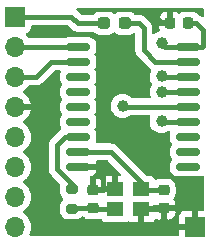
<source format=gtl>
G04 #@! TF.GenerationSoftware,KiCad,Pcbnew,(6.0.8)*
G04 #@! TF.CreationDate,2022-11-06T23:41:33+01:00*
G04 #@! TF.ProjectId,17_CAN_Controller,31375f43-414e-45f4-936f-6e74726f6c6c,rev?*
G04 #@! TF.SameCoordinates,Original*
G04 #@! TF.FileFunction,Copper,L1,Top*
G04 #@! TF.FilePolarity,Positive*
%FSLAX46Y46*%
G04 Gerber Fmt 4.6, Leading zero omitted, Abs format (unit mm)*
G04 Created by KiCad (PCBNEW (6.0.8)) date 2022-11-06 23:41:33*
%MOMM*%
%LPD*%
G01*
G04 APERTURE LIST*
G04 Aperture macros list*
%AMRoundRect*
0 Rectangle with rounded corners*
0 $1 Rounding radius*
0 $2 $3 $4 $5 $6 $7 $8 $9 X,Y pos of 4 corners*
0 Add a 4 corners polygon primitive as box body*
4,1,4,$2,$3,$4,$5,$6,$7,$8,$9,$2,$3,0*
0 Add four circle primitives for the rounded corners*
1,1,$1+$1,$2,$3*
1,1,$1+$1,$4,$5*
1,1,$1+$1,$6,$7*
1,1,$1+$1,$8,$9*
0 Add four rect primitives between the rounded corners*
20,1,$1+$1,$2,$3,$4,$5,0*
20,1,$1+$1,$4,$5,$6,$7,0*
20,1,$1+$1,$6,$7,$8,$9,0*
20,1,$1+$1,$8,$9,$2,$3,0*%
G04 Aperture macros list end*
G04 #@! TA.AperFunction,SMDPad,CuDef*
%ADD10RoundRect,0.237500X0.287500X0.237500X-0.287500X0.237500X-0.287500X-0.237500X0.287500X-0.237500X0*%
G04 #@! TD*
G04 #@! TA.AperFunction,SMDPad,CuDef*
%ADD11RoundRect,0.225000X0.225000X0.250000X-0.225000X0.250000X-0.225000X-0.250000X0.225000X-0.250000X0*%
G04 #@! TD*
G04 #@! TA.AperFunction,SMDPad,CuDef*
%ADD12RoundRect,0.225000X-0.250000X0.225000X-0.250000X-0.225000X0.250000X-0.225000X0.250000X0.225000X0*%
G04 #@! TD*
G04 #@! TA.AperFunction,SMDPad,CuDef*
%ADD13RoundRect,0.200000X-0.275000X0.200000X-0.275000X-0.200000X0.275000X-0.200000X0.275000X0.200000X0*%
G04 #@! TD*
G04 #@! TA.AperFunction,SMDPad,CuDef*
%ADD14R,1.400000X1.200000*%
G04 #@! TD*
G04 #@! TA.AperFunction,SMDPad,CuDef*
%ADD15RoundRect,0.150000X-0.875000X-0.150000X0.875000X-0.150000X0.875000X0.150000X-0.875000X0.150000X0*%
G04 #@! TD*
G04 #@! TA.AperFunction,ComponentPad*
%ADD16R,1.700000X1.700000*%
G04 #@! TD*
G04 #@! TA.AperFunction,ComponentPad*
%ADD17O,1.700000X1.700000*%
G04 #@! TD*
G04 #@! TA.AperFunction,ViaPad*
%ADD18C,1.000000*%
G04 #@! TD*
G04 #@! TA.AperFunction,Conductor*
%ADD19C,0.400000*%
G04 #@! TD*
G04 APERTURE END LIST*
D10*
X113415000Y-64040000D03*
X111665000Y-64040000D03*
D11*
X118815000Y-64040000D03*
X117265000Y-64040000D03*
D12*
X110740000Y-78140000D03*
X110740000Y-79690000D03*
X116740000Y-78165000D03*
X116740000Y-79715000D03*
D13*
X108940000Y-78090000D03*
X108940000Y-79740000D03*
D14*
X114840000Y-78090000D03*
X112640000Y-78090000D03*
X112640000Y-79790000D03*
X114840000Y-79790000D03*
D15*
X109490000Y-66040000D03*
X109490000Y-67310000D03*
X109490000Y-68580000D03*
X109490000Y-69850000D03*
X109490000Y-71120000D03*
X109490000Y-72390000D03*
X109490000Y-73660000D03*
X109490000Y-74930000D03*
X109490000Y-76200000D03*
X118790000Y-76200000D03*
X118790000Y-74930000D03*
X118790000Y-73660000D03*
X118790000Y-72390000D03*
X118790000Y-71120000D03*
X118790000Y-69850000D03*
X118790000Y-68580000D03*
X118790000Y-67310000D03*
X118790000Y-66040000D03*
D16*
X104140000Y-63500000D03*
D17*
X104140000Y-66040000D03*
X104140000Y-68580000D03*
X104140000Y-71120000D03*
X104140000Y-73660000D03*
X104140000Y-76200000D03*
X104140000Y-78740000D03*
X104140000Y-81280000D03*
D16*
X119380000Y-81280000D03*
D18*
X115840000Y-63340000D03*
X106540000Y-80140000D03*
X111590000Y-76590000D03*
X106540000Y-77540000D03*
X116740000Y-81040000D03*
X106540000Y-74840000D03*
X116540000Y-65740000D03*
X116540000Y-68540000D03*
X113240000Y-71040000D03*
X116540000Y-69840000D03*
X116540000Y-72340000D03*
D19*
X110790000Y-78090000D02*
X110740000Y-78140000D01*
X104140000Y-71120000D02*
X105820000Y-71120000D01*
X116740000Y-79715000D02*
X116740000Y-81040000D01*
X105820000Y-71120000D02*
X106540000Y-71840000D01*
X109490000Y-76200000D02*
X111200000Y-76200000D01*
X111590000Y-76590000D02*
X111590000Y-78090000D01*
X116540000Y-64040000D02*
X117265000Y-64040000D01*
X111200000Y-76200000D02*
X111590000Y-76590000D01*
X114840000Y-79790000D02*
X116665000Y-79790000D01*
X116665000Y-79790000D02*
X116740000Y-79715000D01*
X106540000Y-71840000D02*
X106540000Y-74840000D01*
X111590000Y-78090000D02*
X110790000Y-78090000D01*
X106540000Y-74840000D02*
X106540000Y-77540000D01*
X106540000Y-77540000D02*
X106540000Y-80140000D01*
X112640000Y-78090000D02*
X111590000Y-78090000D01*
X115840000Y-63340000D02*
X116540000Y-64040000D01*
X119440000Y-64040000D02*
X120040000Y-64640000D01*
X120040000Y-64640000D02*
X120040000Y-65940000D01*
X108900000Y-63500000D02*
X109440000Y-64040000D01*
X109440000Y-64040000D02*
X111665000Y-64040000D01*
X119940000Y-66040000D02*
X118790000Y-66040000D01*
X116840000Y-66040000D02*
X116540000Y-65740000D01*
X118815000Y-64040000D02*
X119440000Y-64040000D01*
X104140000Y-63500000D02*
X108900000Y-63500000D01*
X118790000Y-66040000D02*
X116840000Y-66040000D01*
X120040000Y-65940000D02*
X119940000Y-66040000D01*
X109490000Y-66040000D02*
X104140000Y-66040000D01*
X107170000Y-67310000D02*
X105900000Y-68580000D01*
X105900000Y-68580000D02*
X104140000Y-68580000D01*
X109490000Y-67310000D02*
X107170000Y-67310000D01*
X108990000Y-79690000D02*
X108940000Y-79740000D01*
X112640000Y-79790000D02*
X110840000Y-79790000D01*
X110840000Y-79790000D02*
X110740000Y-79690000D01*
X110740000Y-79690000D02*
X108990000Y-79690000D01*
X114840000Y-78090000D02*
X114840000Y-77520000D01*
X114840000Y-77520000D02*
X112250000Y-74930000D01*
X114915000Y-78165000D02*
X114840000Y-78090000D01*
X109490000Y-74930000D02*
X112250000Y-74930000D01*
X116740000Y-78165000D02*
X114915000Y-78165000D01*
X118790000Y-68580000D02*
X116580000Y-68580000D01*
X116580000Y-68580000D02*
X116540000Y-68540000D01*
X118790000Y-71120000D02*
X113320000Y-71120000D01*
X113320000Y-71120000D02*
X113240000Y-71040000D01*
X118790000Y-69850000D02*
X116550000Y-69850000D01*
X116550000Y-69850000D02*
X116540000Y-69840000D01*
X116590000Y-72390000D02*
X116540000Y-72340000D01*
X118790000Y-72390000D02*
X116590000Y-72390000D01*
X107720000Y-76420000D02*
X108940000Y-77640000D01*
X108380000Y-73660000D02*
X107720000Y-74320000D01*
X107720000Y-74320000D02*
X107720000Y-76420000D01*
X108940000Y-77640000D02*
X108940000Y-78090000D01*
X109490000Y-73660000D02*
X108380000Y-73660000D01*
X115040000Y-64440000D02*
X114640000Y-64040000D01*
X118790000Y-67310000D02*
X116010000Y-67310000D01*
X116010000Y-67310000D02*
X115040000Y-66340000D01*
X114640000Y-64040000D02*
X113415000Y-64040000D01*
X115040000Y-66340000D02*
X115040000Y-64440000D01*
G04 #@! TA.AperFunction,Conductor*
G36*
X108622460Y-64228502D02*
G01*
X108643435Y-64245405D01*
X108918565Y-64520536D01*
X108924418Y-64526801D01*
X108962439Y-64570385D01*
X109014729Y-64607136D01*
X109019971Y-64611028D01*
X109070282Y-64650476D01*
X109077201Y-64653600D01*
X109079493Y-64654988D01*
X109094165Y-64663357D01*
X109096525Y-64664622D01*
X109102739Y-64668990D01*
X109109818Y-64671750D01*
X109109820Y-64671751D01*
X109162275Y-64692202D01*
X109168344Y-64694753D01*
X109226573Y-64721045D01*
X109234046Y-64722430D01*
X109236612Y-64723234D01*
X109252835Y-64727855D01*
X109255427Y-64728520D01*
X109262509Y-64731282D01*
X109270044Y-64732274D01*
X109325861Y-64739622D01*
X109332377Y-64740654D01*
X109353506Y-64744570D01*
X109395186Y-64752295D01*
X109402766Y-64751858D01*
X109402767Y-64751858D01*
X109457380Y-64748709D01*
X109464633Y-64748500D01*
X110741234Y-64748500D01*
X110809355Y-64768502D01*
X110830251Y-64785327D01*
X110906812Y-64861754D01*
X110906816Y-64861757D01*
X110911997Y-64866929D01*
X110918227Y-64870769D01*
X110918228Y-64870770D01*
X111037988Y-64944591D01*
X111060080Y-64958209D01*
X111225191Y-65012974D01*
X111232027Y-65013674D01*
X111232030Y-65013675D01*
X111283526Y-65018951D01*
X111327928Y-65023500D01*
X112002072Y-65023500D01*
X112005318Y-65023163D01*
X112005322Y-65023163D01*
X112099235Y-65013419D01*
X112099239Y-65013418D01*
X112106093Y-65012707D01*
X112112629Y-65010526D01*
X112112631Y-65010526D01*
X112262220Y-64960619D01*
X112271107Y-64957654D01*
X112385443Y-64886901D01*
X112412805Y-64869969D01*
X112412806Y-64869968D01*
X112419031Y-64866116D01*
X112450879Y-64834213D01*
X112513159Y-64800134D01*
X112583979Y-64805137D01*
X112629067Y-64834057D01*
X112638733Y-64843706D01*
X112661997Y-64866929D01*
X112668227Y-64870769D01*
X112668228Y-64870770D01*
X112787988Y-64944591D01*
X112810080Y-64958209D01*
X112975191Y-65012974D01*
X112982027Y-65013674D01*
X112982030Y-65013675D01*
X113033526Y-65018951D01*
X113077928Y-65023500D01*
X113752072Y-65023500D01*
X113755318Y-65023163D01*
X113755322Y-65023163D01*
X113849235Y-65013419D01*
X113849239Y-65013418D01*
X113856093Y-65012707D01*
X113862629Y-65010526D01*
X113862631Y-65010526D01*
X114012220Y-64960619D01*
X114021107Y-64957654D01*
X114139199Y-64884576D01*
X114207649Y-64865740D01*
X114275419Y-64886901D01*
X114320990Y-64941342D01*
X114331500Y-64991722D01*
X114331500Y-66311088D01*
X114331208Y-66319658D01*
X114327275Y-66377352D01*
X114328580Y-66384829D01*
X114328580Y-66384830D01*
X114338261Y-66440299D01*
X114339223Y-66446821D01*
X114346898Y-66510242D01*
X114349581Y-66517343D01*
X114350222Y-66519952D01*
X114354685Y-66536262D01*
X114355450Y-66538798D01*
X114356757Y-66546284D01*
X114359811Y-66553241D01*
X114382442Y-66604795D01*
X114384933Y-66610899D01*
X114407513Y-66670656D01*
X114411817Y-66676919D01*
X114413054Y-66679285D01*
X114421299Y-66694097D01*
X114422632Y-66696351D01*
X114425685Y-66703305D01*
X114463967Y-66753193D01*
X114464579Y-66753991D01*
X114468459Y-66759332D01*
X114500339Y-66805720D01*
X114500344Y-66805725D01*
X114504643Y-66811981D01*
X114510313Y-66817032D01*
X114510314Y-66817034D01*
X114551161Y-66853427D01*
X114556438Y-66858408D01*
X115488565Y-67790536D01*
X115494418Y-67796801D01*
X115532439Y-67840385D01*
X115584729Y-67877136D01*
X115589995Y-67881047D01*
X115618516Y-67903410D01*
X115659781Y-67961183D01*
X115663261Y-68032094D01*
X115651185Y-68063264D01*
X115608567Y-68140787D01*
X115606706Y-68146654D01*
X115606705Y-68146656D01*
X115551720Y-68319992D01*
X115548765Y-68329306D01*
X115526719Y-68525851D01*
X115543268Y-68722934D01*
X115597783Y-68913050D01*
X115600602Y-68918535D01*
X115677844Y-69068830D01*
X115688187Y-69088956D01*
X115692011Y-69093780D01*
X115692013Y-69093784D01*
X115704858Y-69109990D01*
X115731495Y-69175801D01*
X115718324Y-69245565D01*
X115710074Y-69259443D01*
X115707809Y-69262752D01*
X115703846Y-69267474D01*
X115608567Y-69440787D01*
X115548765Y-69629306D01*
X115526719Y-69825851D01*
X115543268Y-70022934D01*
X115555053Y-70064033D01*
X115594004Y-70199870D01*
X115597783Y-70213050D01*
X115605230Y-70227541D01*
X115605419Y-70227908D01*
X115618765Y-70297639D01*
X115592293Y-70363516D01*
X115534408Y-70404623D01*
X115493351Y-70411500D01*
X114088677Y-70411500D01*
X114020556Y-70391498D01*
X113991034Y-70365136D01*
X113962960Y-70330713D01*
X113962957Y-70330710D01*
X113959065Y-70325938D01*
X113952724Y-70320692D01*
X113811425Y-70203799D01*
X113811421Y-70203797D01*
X113806675Y-70199870D01*
X113632701Y-70105802D01*
X113443768Y-70047318D01*
X113437643Y-70046674D01*
X113437642Y-70046674D01*
X113253204Y-70027289D01*
X113253202Y-70027289D01*
X113247075Y-70026645D01*
X113164576Y-70034153D01*
X113056251Y-70044011D01*
X113056248Y-70044012D01*
X113050112Y-70044570D01*
X113044206Y-70046308D01*
X113044202Y-70046309D01*
X112983981Y-70064033D01*
X112860381Y-70100410D01*
X112854923Y-70103263D01*
X112854919Y-70103265D01*
X112809060Y-70127240D01*
X112685110Y-70192040D01*
X112530975Y-70315968D01*
X112403846Y-70467474D01*
X112400879Y-70472872D01*
X112400875Y-70472877D01*
X112351224Y-70563193D01*
X112308567Y-70640787D01*
X112306706Y-70646654D01*
X112306705Y-70646656D01*
X112250627Y-70823436D01*
X112248765Y-70829306D01*
X112226719Y-71025851D01*
X112243268Y-71222934D01*
X112244967Y-71228858D01*
X112286586Y-71374000D01*
X112297783Y-71413050D01*
X112388187Y-71588956D01*
X112511035Y-71743953D01*
X112515728Y-71747947D01*
X112515729Y-71747948D01*
X112614755Y-71832225D01*
X112661650Y-71872136D01*
X112834294Y-71968624D01*
X113022392Y-72029740D01*
X113218777Y-72053158D01*
X113224912Y-72052686D01*
X113224914Y-72052686D01*
X113409830Y-72038457D01*
X113409834Y-72038456D01*
X113415972Y-72037984D01*
X113606463Y-71984798D01*
X113611967Y-71982018D01*
X113611969Y-71982017D01*
X113777495Y-71898404D01*
X113777497Y-71898403D01*
X113782996Y-71895625D01*
X113834726Y-71855209D01*
X113900719Y-71829033D01*
X113912297Y-71828500D01*
X115472029Y-71828500D01*
X115540150Y-71848502D01*
X115586643Y-71902158D01*
X115596747Y-71972432D01*
X115592131Y-71992599D01*
X115580953Y-72027836D01*
X115548765Y-72129306D01*
X115526719Y-72325851D01*
X115528081Y-72342069D01*
X115541889Y-72506507D01*
X115543268Y-72522934D01*
X115544967Y-72528858D01*
X115582528Y-72659848D01*
X115597783Y-72713050D01*
X115688187Y-72888956D01*
X115811035Y-73043953D01*
X115815728Y-73047947D01*
X115815729Y-73047948D01*
X115900789Y-73120339D01*
X115961650Y-73172136D01*
X116134294Y-73268624D01*
X116322392Y-73329740D01*
X116518777Y-73353158D01*
X116524912Y-73352686D01*
X116524914Y-73352686D01*
X116709830Y-73338457D01*
X116709834Y-73338456D01*
X116715972Y-73337984D01*
X116906463Y-73284798D01*
X116911967Y-73282018D01*
X116911969Y-73282017D01*
X117077491Y-73198406D01*
X117077493Y-73198405D01*
X117082996Y-73195625D01*
X117087859Y-73191826D01*
X117093028Y-73188545D01*
X117161261Y-73168930D01*
X117229267Y-73189319D01*
X117275455Y-73243237D01*
X117285160Y-73313567D01*
X117281543Y-73330080D01*
X117261233Y-73399989D01*
X117261232Y-73399993D01*
X117259438Y-73406169D01*
X117256500Y-73443498D01*
X117256500Y-73876502D01*
X117256693Y-73878950D01*
X117256693Y-73878958D01*
X117258351Y-73900014D01*
X117259438Y-73913831D01*
X117281515Y-73989820D01*
X117302005Y-74060348D01*
X117305855Y-74073601D01*
X117390547Y-74216807D01*
X117393229Y-74219489D01*
X117418502Y-74283861D01*
X117404600Y-74353484D01*
X117394428Y-74369312D01*
X117390547Y-74373193D01*
X117305855Y-74516399D01*
X117259438Y-74676169D01*
X117258934Y-74682574D01*
X117258933Y-74682579D01*
X117257470Y-74701173D01*
X117256500Y-74713498D01*
X117256500Y-75146502D01*
X117259438Y-75183831D01*
X117305855Y-75343601D01*
X117390547Y-75486807D01*
X117393229Y-75489489D01*
X117418502Y-75553861D01*
X117404600Y-75623484D01*
X117394428Y-75639312D01*
X117390547Y-75643193D01*
X117305855Y-75786399D01*
X117259438Y-75946169D01*
X117256500Y-75983498D01*
X117256500Y-76416502D01*
X117259438Y-76453831D01*
X117288472Y-76553769D01*
X117303586Y-76605790D01*
X117305855Y-76613601D01*
X117309892Y-76620427D01*
X117386509Y-76749980D01*
X117386511Y-76749983D01*
X117390547Y-76756807D01*
X117508193Y-76874453D01*
X117515017Y-76878489D01*
X117515020Y-76878491D01*
X117562004Y-76906277D01*
X117651399Y-76959145D01*
X117659010Y-76961356D01*
X117659012Y-76961357D01*
X117711231Y-76976528D01*
X117811169Y-77005562D01*
X117817574Y-77006066D01*
X117817579Y-77006067D01*
X117846042Y-77008307D01*
X117846050Y-77008307D01*
X117848498Y-77008500D01*
X119731502Y-77008500D01*
X119733950Y-77008307D01*
X119733958Y-77008307D01*
X119762421Y-77006067D01*
X119762426Y-77006066D01*
X119768831Y-77005562D01*
X119868769Y-76976528D01*
X119920988Y-76961357D01*
X119920990Y-76961356D01*
X119928601Y-76959145D01*
X119951362Y-76945684D01*
X120020178Y-76928225D01*
X120087509Y-76950742D01*
X120131978Y-77006087D01*
X120141500Y-77054138D01*
X120141500Y-79796000D01*
X120121498Y-79864121D01*
X120067842Y-79910614D01*
X120015500Y-79922000D01*
X119652115Y-79922000D01*
X119636876Y-79926475D01*
X119635671Y-79927865D01*
X119634000Y-79935548D01*
X119634000Y-81408000D01*
X119613998Y-81476121D01*
X119560342Y-81522614D01*
X119508000Y-81534000D01*
X118040116Y-81534000D01*
X118024877Y-81538475D01*
X118023672Y-81539865D01*
X118022001Y-81547548D01*
X118022001Y-81915500D01*
X118001999Y-81983621D01*
X117948343Y-82030114D01*
X117896001Y-82041500D01*
X105481905Y-82041500D01*
X105413784Y-82021498D01*
X105367291Y-81967842D01*
X105357187Y-81897568D01*
X105368948Y-81859673D01*
X105405136Y-81786452D01*
X105407430Y-81781811D01*
X105472370Y-81568069D01*
X105501529Y-81346590D01*
X105503156Y-81280000D01*
X105484852Y-81057361D01*
X105472424Y-81007885D01*
X118022000Y-81007885D01*
X118026475Y-81023124D01*
X118027865Y-81024329D01*
X118035548Y-81026000D01*
X119107885Y-81026000D01*
X119123124Y-81021525D01*
X119124329Y-81020135D01*
X119126000Y-81012452D01*
X119126000Y-79940116D01*
X119121525Y-79924877D01*
X119120135Y-79923672D01*
X119112452Y-79922001D01*
X118485331Y-79922001D01*
X118478510Y-79922371D01*
X118427648Y-79927895D01*
X118412396Y-79931521D01*
X118291946Y-79976676D01*
X118276351Y-79985214D01*
X118174276Y-80061715D01*
X118161715Y-80074276D01*
X118085214Y-80176351D01*
X118076676Y-80191946D01*
X118031522Y-80312394D01*
X118027895Y-80327649D01*
X118022369Y-80378514D01*
X118022000Y-80385328D01*
X118022000Y-81007885D01*
X105472424Y-81007885D01*
X105430431Y-80840702D01*
X105341354Y-80635840D01*
X105261999Y-80513176D01*
X105222822Y-80452617D01*
X105222820Y-80452614D01*
X105220014Y-80448277D01*
X105069670Y-80283051D01*
X105065619Y-80279852D01*
X105065615Y-80279848D01*
X104898414Y-80147800D01*
X104898410Y-80147798D01*
X104894359Y-80144598D01*
X104853053Y-80121796D01*
X104803084Y-80071364D01*
X104788312Y-80001921D01*
X104813428Y-79935516D01*
X104840780Y-79908909D01*
X104897378Y-79868538D01*
X105019860Y-79781173D01*
X105178096Y-79623489D01*
X105244179Y-79531525D01*
X105305435Y-79446277D01*
X105308453Y-79442077D01*
X105407430Y-79241811D01*
X105472370Y-79028069D01*
X105501529Y-78806590D01*
X105501795Y-78795698D01*
X105503074Y-78743365D01*
X105503074Y-78743361D01*
X105503156Y-78740000D01*
X105484852Y-78517361D01*
X105430431Y-78300702D01*
X105341354Y-78095840D01*
X105220014Y-77908277D01*
X105069670Y-77743051D01*
X105065619Y-77739852D01*
X105065615Y-77739848D01*
X104898414Y-77607800D01*
X104898410Y-77607798D01*
X104894359Y-77604598D01*
X104853053Y-77581796D01*
X104803084Y-77531364D01*
X104788312Y-77461921D01*
X104813428Y-77395516D01*
X104840780Y-77368909D01*
X104903146Y-77324424D01*
X105019860Y-77241173D01*
X105028563Y-77232501D01*
X105122051Y-77139338D01*
X105178096Y-77083489D01*
X105232120Y-77008307D01*
X105305435Y-76906277D01*
X105308453Y-76902077D01*
X105310946Y-76897034D01*
X105405136Y-76706453D01*
X105405137Y-76706451D01*
X105407430Y-76701811D01*
X105472370Y-76488069D01*
X105501529Y-76266590D01*
X105503156Y-76200000D01*
X105484852Y-75977361D01*
X105430431Y-75760702D01*
X105341354Y-75555840D01*
X105220014Y-75368277D01*
X105069670Y-75203051D01*
X105065619Y-75199852D01*
X105065615Y-75199848D01*
X104898414Y-75067800D01*
X104898410Y-75067798D01*
X104894359Y-75064598D01*
X104853053Y-75041796D01*
X104803084Y-74991364D01*
X104788312Y-74921921D01*
X104813428Y-74855516D01*
X104840780Y-74828909D01*
X104897378Y-74788538D01*
X105019860Y-74701173D01*
X105178096Y-74543489D01*
X105308453Y-74362077D01*
X105327169Y-74324209D01*
X105405136Y-74166453D01*
X105405137Y-74166451D01*
X105407430Y-74161811D01*
X105459685Y-73989820D01*
X105470865Y-73953023D01*
X105470865Y-73953021D01*
X105472370Y-73948069D01*
X105501529Y-73726590D01*
X105503156Y-73660000D01*
X105484852Y-73437361D01*
X105430431Y-73220702D01*
X105341354Y-73015840D01*
X105259269Y-72888956D01*
X105222822Y-72832617D01*
X105222820Y-72832614D01*
X105220014Y-72828277D01*
X105069670Y-72663051D01*
X105065619Y-72659852D01*
X105065615Y-72659848D01*
X104898414Y-72527800D01*
X104898410Y-72527798D01*
X104894359Y-72524598D01*
X104852569Y-72501529D01*
X104802598Y-72451097D01*
X104787826Y-72381654D01*
X104812942Y-72315248D01*
X104840294Y-72288641D01*
X105015328Y-72163792D01*
X105023200Y-72157139D01*
X105174052Y-72006812D01*
X105180730Y-71998965D01*
X105305003Y-71826020D01*
X105310313Y-71817183D01*
X105404670Y-71626267D01*
X105408469Y-71616672D01*
X105470377Y-71412910D01*
X105472555Y-71402837D01*
X105473986Y-71391962D01*
X105471775Y-71377778D01*
X105458617Y-71374000D01*
X104012000Y-71374000D01*
X103943879Y-71353998D01*
X103897386Y-71300342D01*
X103886000Y-71248000D01*
X103886000Y-70992000D01*
X103906002Y-70923879D01*
X103959658Y-70877386D01*
X104012000Y-70866000D01*
X105458344Y-70866000D01*
X105471875Y-70862027D01*
X105473180Y-70852947D01*
X105431214Y-70685875D01*
X105427894Y-70676124D01*
X105342972Y-70480814D01*
X105338105Y-70471739D01*
X105222426Y-70292926D01*
X105216136Y-70284757D01*
X105072806Y-70127240D01*
X105065273Y-70120215D01*
X104898139Y-69988222D01*
X104889556Y-69982520D01*
X104852602Y-69962120D01*
X104802631Y-69911687D01*
X104787859Y-69842245D01*
X104812975Y-69775839D01*
X104840327Y-69749232D01*
X104897378Y-69708538D01*
X105019860Y-69621173D01*
X105178096Y-69463489D01*
X105266132Y-69340974D01*
X105322127Y-69297326D01*
X105368455Y-69288500D01*
X105871088Y-69288500D01*
X105879658Y-69288792D01*
X105929776Y-69292209D01*
X105929780Y-69292209D01*
X105937352Y-69292725D01*
X105944829Y-69291420D01*
X105944830Y-69291420D01*
X105971308Y-69286799D01*
X106000303Y-69281738D01*
X106006821Y-69280777D01*
X106070242Y-69273102D01*
X106077343Y-69270419D01*
X106079952Y-69269778D01*
X106096262Y-69265315D01*
X106098798Y-69264550D01*
X106106284Y-69263243D01*
X106164800Y-69237556D01*
X106170904Y-69235065D01*
X106223548Y-69215173D01*
X106223549Y-69215172D01*
X106230656Y-69212487D01*
X106236919Y-69208183D01*
X106239285Y-69206946D01*
X106254097Y-69198701D01*
X106256351Y-69197368D01*
X106263305Y-69194315D01*
X106314002Y-69155413D01*
X106319332Y-69151541D01*
X106365720Y-69119661D01*
X106365725Y-69119656D01*
X106371981Y-69115357D01*
X106395504Y-69088956D01*
X106413435Y-69068830D01*
X106418416Y-69063554D01*
X107426566Y-68055405D01*
X107488878Y-68021379D01*
X107515661Y-68018500D01*
X107881007Y-68018500D01*
X107949128Y-68038502D01*
X107995621Y-68092158D01*
X108005725Y-68162432D01*
X108002004Y-68179652D01*
X107961233Y-68319989D01*
X107961232Y-68319993D01*
X107959438Y-68326169D01*
X107958934Y-68332574D01*
X107958933Y-68332579D01*
X107956693Y-68361042D01*
X107956500Y-68363498D01*
X107956500Y-68796502D01*
X107959438Y-68833831D01*
X108005855Y-68993601D01*
X108090547Y-69136807D01*
X108093229Y-69139489D01*
X108118502Y-69203861D01*
X108104600Y-69273484D01*
X108094428Y-69289312D01*
X108090547Y-69293193D01*
X108005855Y-69436399D01*
X107959438Y-69596169D01*
X107958934Y-69602574D01*
X107958933Y-69602579D01*
X107957470Y-69621173D01*
X107956500Y-69633498D01*
X107956500Y-70066502D01*
X107959438Y-70103831D01*
X108005855Y-70263601D01*
X108090547Y-70406807D01*
X108093229Y-70409489D01*
X108118502Y-70473861D01*
X108104600Y-70543484D01*
X108094428Y-70559312D01*
X108090547Y-70563193D01*
X108005855Y-70706399D01*
X107959438Y-70866169D01*
X107956500Y-70903498D01*
X107956500Y-71336502D01*
X107959438Y-71373831D01*
X108005855Y-71533601D01*
X108090547Y-71676807D01*
X108093229Y-71679489D01*
X108118502Y-71743861D01*
X108104600Y-71813484D01*
X108094428Y-71829312D01*
X108090547Y-71833193D01*
X108005855Y-71976399D01*
X108003644Y-71984010D01*
X108003643Y-71984012D01*
X107999299Y-71998965D01*
X107959438Y-72136169D01*
X107958934Y-72142574D01*
X107958933Y-72142579D01*
X107957264Y-72163792D01*
X107956500Y-72173498D01*
X107956500Y-72606502D01*
X107959438Y-72643831D01*
X108005855Y-72803601D01*
X108051061Y-72880039D01*
X108068519Y-72948853D01*
X108046002Y-73016184D01*
X108015668Y-73044344D01*
X108016696Y-73045684D01*
X108016694Y-73045685D01*
X108016695Y-73045685D01*
X107965998Y-73084587D01*
X107960668Y-73088459D01*
X107914280Y-73120339D01*
X107914275Y-73120344D01*
X107908019Y-73124643D01*
X107902968Y-73130313D01*
X107902966Y-73130314D01*
X107866565Y-73171170D01*
X107861584Y-73176446D01*
X107239480Y-73798550D01*
X107233215Y-73804404D01*
X107189615Y-73842439D01*
X107185248Y-73848653D01*
X107152872Y-73894719D01*
X107148939Y-73900014D01*
X107109524Y-73950282D01*
X107106401Y-73957198D01*
X107105017Y-73959484D01*
X107096643Y-73974165D01*
X107095378Y-73976525D01*
X107091010Y-73982739D01*
X107088250Y-73989818D01*
X107088249Y-73989820D01*
X107067798Y-74042275D01*
X107065247Y-74048344D01*
X107038955Y-74106573D01*
X107037571Y-74114040D01*
X107036770Y-74116595D01*
X107032141Y-74132848D01*
X107031478Y-74135428D01*
X107028718Y-74142509D01*
X107027727Y-74150040D01*
X107027726Y-74150042D01*
X107020379Y-74205852D01*
X107019348Y-74212359D01*
X107007704Y-74275186D01*
X107008141Y-74282766D01*
X107008141Y-74282767D01*
X107011291Y-74337392D01*
X107011500Y-74344646D01*
X107011500Y-76391088D01*
X107011208Y-76399658D01*
X107007275Y-76457352D01*
X107008580Y-76464829D01*
X107008580Y-76464830D01*
X107018261Y-76520299D01*
X107019223Y-76526821D01*
X107026898Y-76590242D01*
X107029581Y-76597343D01*
X107030222Y-76599952D01*
X107034685Y-76616262D01*
X107035450Y-76618798D01*
X107036757Y-76626284D01*
X107039811Y-76633241D01*
X107062442Y-76684795D01*
X107064933Y-76690899D01*
X107087513Y-76750656D01*
X107091817Y-76756919D01*
X107093054Y-76759285D01*
X107101299Y-76774097D01*
X107102632Y-76776351D01*
X107105685Y-76783305D01*
X107140916Y-76829217D01*
X107144579Y-76833991D01*
X107148459Y-76839332D01*
X107180339Y-76885720D01*
X107180344Y-76885725D01*
X107184643Y-76891981D01*
X107190313Y-76897032D01*
X107190314Y-76897034D01*
X107231170Y-76933435D01*
X107236446Y-76938416D01*
X107931955Y-77633925D01*
X107965981Y-77696237D01*
X107966407Y-77747760D01*
X107965245Y-77753562D01*
X107963247Y-77759938D01*
X107956500Y-77833365D01*
X107956501Y-78346634D01*
X107963247Y-78420062D01*
X108014528Y-78583699D01*
X108103361Y-78730381D01*
X108198885Y-78825905D01*
X108232911Y-78888217D01*
X108227846Y-78959032D01*
X108198885Y-79004095D01*
X108103361Y-79099619D01*
X108014528Y-79246301D01*
X107963247Y-79409938D01*
X107956500Y-79483365D01*
X107956501Y-79996634D01*
X107956764Y-79999492D01*
X107956764Y-79999501D01*
X107957650Y-80009144D01*
X107963247Y-80070062D01*
X108014528Y-80233699D01*
X108103361Y-80380381D01*
X108224619Y-80501639D01*
X108371301Y-80590472D01*
X108378548Y-80592743D01*
X108378550Y-80592744D01*
X108435590Y-80610619D01*
X108534938Y-80641753D01*
X108608365Y-80648500D01*
X108611263Y-80648500D01*
X108940860Y-80648499D01*
X109271634Y-80648499D01*
X109274492Y-80648236D01*
X109274501Y-80648236D01*
X109310004Y-80644974D01*
X109345062Y-80641753D01*
X109351447Y-80639752D01*
X109501450Y-80592744D01*
X109501452Y-80592743D01*
X109508699Y-80590472D01*
X109655381Y-80501639D01*
X109721615Y-80435405D01*
X109783927Y-80401379D01*
X109810710Y-80398500D01*
X109883951Y-80398500D01*
X109952072Y-80418502D01*
X109972968Y-80435326D01*
X110021651Y-80483924D01*
X110032298Y-80494552D01*
X110038528Y-80498392D01*
X110038529Y-80498393D01*
X110170482Y-80579730D01*
X110177899Y-80584302D01*
X110340243Y-80638149D01*
X110347080Y-80638849D01*
X110347082Y-80638850D01*
X110388401Y-80643083D01*
X110441268Y-80648500D01*
X111038732Y-80648500D01*
X111041978Y-80648163D01*
X111041982Y-80648163D01*
X111083172Y-80643889D01*
X111141019Y-80637887D01*
X111221156Y-80611151D01*
X111296324Y-80586073D01*
X111296326Y-80586072D01*
X111303268Y-80583756D01*
X111309493Y-80579904D01*
X111316121Y-80576799D01*
X111316764Y-80578171D01*
X111377162Y-80561549D01*
X111444932Y-80582709D01*
X111485536Y-80627024D01*
X111486233Y-80628297D01*
X111489385Y-80636705D01*
X111494769Y-80643888D01*
X111494769Y-80643889D01*
X111507212Y-80660491D01*
X111576739Y-80753261D01*
X111693295Y-80840615D01*
X111829684Y-80891745D01*
X111891866Y-80898500D01*
X113388134Y-80898500D01*
X113450316Y-80891745D01*
X113586705Y-80840615D01*
X113664852Y-80782047D01*
X113731358Y-80757199D01*
X113800741Y-80772252D01*
X113815982Y-80782047D01*
X113886352Y-80834786D01*
X113901946Y-80843324D01*
X114022394Y-80888478D01*
X114037649Y-80892105D01*
X114088514Y-80897631D01*
X114095328Y-80898000D01*
X114567885Y-80898000D01*
X114583124Y-80893525D01*
X114584329Y-80892135D01*
X114586000Y-80884452D01*
X114586000Y-80879884D01*
X115094000Y-80879884D01*
X115098475Y-80895123D01*
X115099865Y-80896328D01*
X115107548Y-80897999D01*
X115584669Y-80897999D01*
X115591490Y-80897629D01*
X115642352Y-80892105D01*
X115657604Y-80888479D01*
X115778054Y-80843324D01*
X115793649Y-80834786D01*
X115895724Y-80758285D01*
X115908285Y-80745724D01*
X115990172Y-80636462D01*
X115991532Y-80637481D01*
X116034368Y-80594743D01*
X116103759Y-80579730D01*
X116160743Y-80598139D01*
X116171882Y-80605005D01*
X116185061Y-80611151D01*
X116333814Y-80660491D01*
X116347190Y-80663358D01*
X116438097Y-80672672D01*
X116444513Y-80673000D01*
X116467885Y-80673000D01*
X116483124Y-80668525D01*
X116484329Y-80667135D01*
X116486000Y-80659452D01*
X116486000Y-80654885D01*
X116994000Y-80654885D01*
X116998475Y-80670124D01*
X116999865Y-80671329D01*
X117007548Y-80673000D01*
X117035438Y-80673000D01*
X117041953Y-80672663D01*
X117134057Y-80663106D01*
X117147456Y-80660212D01*
X117296107Y-80610619D01*
X117309286Y-80604445D01*
X117442173Y-80522212D01*
X117453574Y-80513176D01*
X117563986Y-80402571D01*
X117572998Y-80391160D01*
X117655004Y-80258120D01*
X117661151Y-80244939D01*
X117710491Y-80096186D01*
X117713358Y-80082810D01*
X117722672Y-79991903D01*
X117722929Y-79986874D01*
X117718525Y-79971876D01*
X117717135Y-79970671D01*
X117709452Y-79969000D01*
X117012115Y-79969000D01*
X116996876Y-79973475D01*
X116995671Y-79974865D01*
X116994000Y-79982548D01*
X116994000Y-80654885D01*
X116486000Y-80654885D01*
X116486000Y-79987115D01*
X116481525Y-79971876D01*
X116480135Y-79970671D01*
X116472452Y-79969000D01*
X116106115Y-79969000D01*
X116090876Y-79973475D01*
X116068611Y-79999170D01*
X116067189Y-79997938D01*
X116062185Y-80007100D01*
X115999871Y-80041122D01*
X115973094Y-80044000D01*
X115112115Y-80044000D01*
X115096876Y-80048475D01*
X115095671Y-80049865D01*
X115094000Y-80057548D01*
X115094000Y-80879884D01*
X114586000Y-80879884D01*
X114586000Y-79662000D01*
X114606002Y-79593879D01*
X114659658Y-79547386D01*
X114712000Y-79536000D01*
X115698885Y-79536000D01*
X115714124Y-79531525D01*
X115736389Y-79505830D01*
X115737811Y-79507062D01*
X115742815Y-79497900D01*
X115805129Y-79463878D01*
X115831906Y-79461000D01*
X117704885Y-79461000D01*
X117720124Y-79456525D01*
X117721329Y-79455135D01*
X117723000Y-79447452D01*
X117723000Y-79444562D01*
X117722663Y-79438047D01*
X117713106Y-79345943D01*
X117710212Y-79332544D01*
X117660619Y-79183893D01*
X117654445Y-79170714D01*
X117572212Y-79037827D01*
X117558629Y-79020689D01*
X117560559Y-79019159D01*
X117532097Y-78967120D01*
X117537113Y-78896301D01*
X117560799Y-78859383D01*
X117559843Y-78858628D01*
X117564381Y-78852882D01*
X117569552Y-78847702D01*
X117601608Y-78795698D01*
X117655462Y-78708331D01*
X117655463Y-78708329D01*
X117659302Y-78702101D01*
X117713149Y-78539757D01*
X117723500Y-78438732D01*
X117723500Y-77891268D01*
X117722954Y-77886000D01*
X117717793Y-77836263D01*
X117712887Y-77788981D01*
X117658756Y-77626732D01*
X117650176Y-77612866D01*
X117572606Y-77487515D01*
X117568752Y-77481287D01*
X117447702Y-77360448D01*
X117404369Y-77333737D01*
X117308331Y-77274538D01*
X117308329Y-77274537D01*
X117302101Y-77270698D01*
X117139757Y-77216851D01*
X117132920Y-77216151D01*
X117132918Y-77216150D01*
X117091599Y-77211917D01*
X117038732Y-77206500D01*
X116441268Y-77206500D01*
X116438022Y-77206837D01*
X116438018Y-77206837D01*
X116403917Y-77210375D01*
X116338981Y-77217113D01*
X116320209Y-77223376D01*
X116183676Y-77268927D01*
X116183674Y-77268928D01*
X116176732Y-77271244D01*
X116170508Y-77275095D01*
X116170507Y-77275096D01*
X116161065Y-77280939D01*
X116092613Y-77299777D01*
X116024843Y-77278616D01*
X115991720Y-77242467D01*
X115990615Y-77243295D01*
X115977646Y-77225991D01*
X115903261Y-77126739D01*
X115786705Y-77039385D01*
X115650316Y-76988255D01*
X115588134Y-76981500D01*
X115355660Y-76981500D01*
X115287539Y-76961498D01*
X115266565Y-76944595D01*
X112771450Y-74449480D01*
X112765596Y-74443215D01*
X112765201Y-74442762D01*
X112727561Y-74399615D01*
X112675280Y-74362871D01*
X112669986Y-74358939D01*
X112625693Y-74324209D01*
X112619718Y-74319524D01*
X112612802Y-74316401D01*
X112610516Y-74315017D01*
X112595835Y-74306643D01*
X112593475Y-74305378D01*
X112587261Y-74301010D01*
X112580182Y-74298250D01*
X112580180Y-74298249D01*
X112527725Y-74277798D01*
X112521656Y-74275247D01*
X112463427Y-74248955D01*
X112455960Y-74247571D01*
X112453405Y-74246770D01*
X112437152Y-74242141D01*
X112434572Y-74241478D01*
X112427491Y-74238718D01*
X112419960Y-74237727D01*
X112419958Y-74237726D01*
X112390339Y-74233827D01*
X112364139Y-74230378D01*
X112357641Y-74229348D01*
X112294814Y-74217704D01*
X112287234Y-74218141D01*
X112287233Y-74218141D01*
X112232608Y-74221291D01*
X112225354Y-74221500D01*
X111098993Y-74221500D01*
X111030872Y-74201498D01*
X110984379Y-74147842D01*
X110974275Y-74077568D01*
X110977996Y-74060348D01*
X111018767Y-73920011D01*
X111018768Y-73920007D01*
X111020562Y-73913831D01*
X111021650Y-73900014D01*
X111023307Y-73878958D01*
X111023307Y-73878950D01*
X111023500Y-73876502D01*
X111023500Y-73443498D01*
X111020562Y-73406169D01*
X110974145Y-73246399D01*
X110889453Y-73103193D01*
X110886771Y-73100511D01*
X110861498Y-73036139D01*
X110875400Y-72966516D01*
X110885572Y-72950688D01*
X110889453Y-72946807D01*
X110974145Y-72803601D01*
X111020562Y-72643831D01*
X111023500Y-72606502D01*
X111023500Y-72173498D01*
X111022736Y-72163792D01*
X111021067Y-72142579D01*
X111021066Y-72142574D01*
X111020562Y-72136169D01*
X110980701Y-71998965D01*
X110976357Y-71984012D01*
X110976356Y-71984010D01*
X110974145Y-71976399D01*
X110889453Y-71833193D01*
X110886771Y-71830511D01*
X110861498Y-71766139D01*
X110875400Y-71696516D01*
X110885572Y-71680688D01*
X110889453Y-71676807D01*
X110974145Y-71533601D01*
X111020562Y-71373831D01*
X111023500Y-71336502D01*
X111023500Y-70903498D01*
X111020562Y-70866169D01*
X110974145Y-70706399D01*
X110889453Y-70563193D01*
X110886771Y-70560511D01*
X110861498Y-70496139D01*
X110875400Y-70426516D01*
X110885572Y-70410688D01*
X110889453Y-70406807D01*
X110974145Y-70263601D01*
X111020562Y-70103831D01*
X111023500Y-70066502D01*
X111023500Y-69633498D01*
X111022530Y-69621173D01*
X111021067Y-69602579D01*
X111021066Y-69602574D01*
X111020562Y-69596169D01*
X110974145Y-69436399D01*
X110889453Y-69293193D01*
X110886771Y-69290511D01*
X110861498Y-69226139D01*
X110875400Y-69156516D01*
X110885572Y-69140688D01*
X110889453Y-69136807D01*
X110974145Y-68993601D01*
X111020562Y-68833831D01*
X111023500Y-68796502D01*
X111023500Y-68363498D01*
X111023307Y-68361042D01*
X111021067Y-68332579D01*
X111021066Y-68332574D01*
X111020562Y-68326169D01*
X110991528Y-68226231D01*
X110976357Y-68174012D01*
X110976356Y-68174010D01*
X110974145Y-68166399D01*
X110889453Y-68023193D01*
X110886771Y-68020511D01*
X110861498Y-67956139D01*
X110875400Y-67886516D01*
X110885572Y-67870688D01*
X110889453Y-67866807D01*
X110974145Y-67723601D01*
X111020562Y-67563831D01*
X111023500Y-67526502D01*
X111023500Y-67093498D01*
X111022530Y-67081173D01*
X111021067Y-67062579D01*
X111021066Y-67062574D01*
X111020562Y-67056169D01*
X110974145Y-66896399D01*
X110889453Y-66753193D01*
X110886771Y-66750511D01*
X110861498Y-66686139D01*
X110875400Y-66616516D01*
X110885572Y-66600688D01*
X110889453Y-66596807D01*
X110974145Y-66453601D01*
X111020562Y-66293831D01*
X111023500Y-66256502D01*
X111023500Y-65823498D01*
X111020562Y-65786169D01*
X110974145Y-65626399D01*
X110957107Y-65597589D01*
X110893491Y-65490020D01*
X110893489Y-65490017D01*
X110889453Y-65483193D01*
X110771807Y-65365547D01*
X110764983Y-65361511D01*
X110764980Y-65361509D01*
X110635427Y-65284892D01*
X110635428Y-65284892D01*
X110628601Y-65280855D01*
X110620990Y-65278644D01*
X110620988Y-65278643D01*
X110558194Y-65260400D01*
X110468831Y-65234438D01*
X110462426Y-65233934D01*
X110462421Y-65233933D01*
X110433958Y-65231693D01*
X110433950Y-65231693D01*
X110431502Y-65231500D01*
X108548498Y-65231500D01*
X108546050Y-65231693D01*
X108546042Y-65231693D01*
X108517579Y-65233933D01*
X108517574Y-65233934D01*
X108511169Y-65234438D01*
X108421806Y-65260400D01*
X108359012Y-65278643D01*
X108359010Y-65278644D01*
X108351399Y-65280855D01*
X108295431Y-65313955D01*
X108231294Y-65331500D01*
X105368286Y-65331500D01*
X105300165Y-65311498D01*
X105262494Y-65273941D01*
X105253734Y-65260400D01*
X105220014Y-65208277D01*
X105177708Y-65161783D01*
X105072798Y-65046488D01*
X105041746Y-64982642D01*
X105050141Y-64912143D01*
X105095317Y-64857375D01*
X105121761Y-64843706D01*
X105228297Y-64803767D01*
X105236705Y-64800615D01*
X105353261Y-64713261D01*
X105440615Y-64596705D01*
X105491745Y-64460316D01*
X105498500Y-64398134D01*
X105498500Y-64334500D01*
X105518502Y-64266379D01*
X105572158Y-64219886D01*
X105624500Y-64208500D01*
X108554339Y-64208500D01*
X108622460Y-64228502D01*
G37*
G04 #@! TD.AperFunction*
G04 #@! TA.AperFunction,Conductor*
G36*
X111972461Y-75658502D02*
G01*
X111993435Y-75675405D01*
X113084934Y-76766905D01*
X113118960Y-76829217D01*
X113113895Y-76900033D01*
X113071348Y-76956868D01*
X113004828Y-76981679D01*
X112995839Y-76982000D01*
X112912115Y-76982000D01*
X112896876Y-76986475D01*
X112895671Y-76987865D01*
X112894000Y-76995548D01*
X112894000Y-78218000D01*
X112873998Y-78286121D01*
X112820342Y-78332614D01*
X112768000Y-78344000D01*
X111781115Y-78344000D01*
X111765876Y-78348474D01*
X111764111Y-78350512D01*
X111704385Y-78388896D01*
X111668886Y-78394000D01*
X110612000Y-78394000D01*
X110543879Y-78373998D01*
X110497386Y-78320342D01*
X110486000Y-78268000D01*
X110486000Y-77867885D01*
X110994000Y-77867885D01*
X110998475Y-77883124D01*
X110999865Y-77884329D01*
X111007548Y-77886000D01*
X111373885Y-77886000D01*
X111389124Y-77881526D01*
X111390889Y-77879488D01*
X111450615Y-77841104D01*
X111486114Y-77836000D01*
X112367885Y-77836000D01*
X112383124Y-77831525D01*
X112384329Y-77830135D01*
X112386000Y-77822452D01*
X112386000Y-77000116D01*
X112381525Y-76984877D01*
X112380135Y-76983672D01*
X112372452Y-76982001D01*
X111895331Y-76982001D01*
X111888510Y-76982371D01*
X111837648Y-76987895D01*
X111822396Y-76991521D01*
X111701946Y-77036676D01*
X111686351Y-77045214D01*
X111584276Y-77121715D01*
X111571719Y-77134272D01*
X111498101Y-77232501D01*
X111441241Y-77275016D01*
X111370423Y-77280042D01*
X111331159Y-77264196D01*
X111308125Y-77249998D01*
X111294939Y-77243849D01*
X111146186Y-77194509D01*
X111132810Y-77191642D01*
X111041903Y-77182328D01*
X111035486Y-77182000D01*
X111012115Y-77182000D01*
X110996876Y-77186475D01*
X110995671Y-77187865D01*
X110994000Y-77195548D01*
X110994000Y-77867885D01*
X110486000Y-77867885D01*
X110486000Y-77200115D01*
X110475424Y-77164095D01*
X110459512Y-77139338D01*
X110459510Y-77068342D01*
X110497891Y-77008614D01*
X110545253Y-76982839D01*
X110620790Y-76960893D01*
X110635221Y-76954648D01*
X110764678Y-76878089D01*
X110777104Y-76868449D01*
X110883449Y-76762104D01*
X110893089Y-76749678D01*
X110969648Y-76620221D01*
X110975893Y-76605790D01*
X111014939Y-76471395D01*
X111014899Y-76457294D01*
X111007630Y-76454000D01*
X109362000Y-76454000D01*
X109293879Y-76433998D01*
X109247386Y-76380342D01*
X109236000Y-76328000D01*
X109236000Y-76072000D01*
X109256002Y-76003879D01*
X109309658Y-75957386D01*
X109362000Y-75946000D01*
X111001878Y-75946000D01*
X111015409Y-75942027D01*
X111016544Y-75934129D01*
X110977475Y-75799653D01*
X110977678Y-75728657D01*
X111016232Y-75669041D01*
X111080896Y-75639732D01*
X111098472Y-75638500D01*
X111904340Y-75638500D01*
X111972461Y-75658502D01*
G37*
G04 #@! TD.AperFunction*
G04 #@! TA.AperFunction,Conductor*
G36*
X120083621Y-62758502D02*
G01*
X120130114Y-62812158D01*
X120141500Y-62864500D01*
X120141500Y-63430212D01*
X120121498Y-63498333D01*
X120067842Y-63544826D01*
X119997568Y-63554930D01*
X119932988Y-63525436D01*
X119925677Y-63518151D01*
X119922556Y-63515341D01*
X119917561Y-63509615D01*
X119865280Y-63472871D01*
X119859986Y-63468939D01*
X119815693Y-63434209D01*
X119809718Y-63429524D01*
X119802802Y-63426401D01*
X119800516Y-63425017D01*
X119785835Y-63416643D01*
X119783475Y-63415378D01*
X119777261Y-63411010D01*
X119770182Y-63408250D01*
X119770180Y-63408249D01*
X119717725Y-63387798D01*
X119711656Y-63385247D01*
X119659781Y-63361824D01*
X119619572Y-63330466D01*
X119618752Y-63331287D01*
X119502882Y-63215619D01*
X119497702Y-63210448D01*
X119360104Y-63125631D01*
X119358331Y-63124538D01*
X119358329Y-63124537D01*
X119352101Y-63120698D01*
X119189757Y-63066851D01*
X119182920Y-63066151D01*
X119182918Y-63066150D01*
X119141599Y-63061917D01*
X119088732Y-63056500D01*
X118541268Y-63056500D01*
X118538022Y-63056837D01*
X118538018Y-63056837D01*
X118508730Y-63059876D01*
X118438981Y-63067113D01*
X118430963Y-63069788D01*
X118283676Y-63118927D01*
X118283674Y-63118928D01*
X118276732Y-63121244D01*
X118270508Y-63125096D01*
X118270507Y-63125096D01*
X118268720Y-63126202D01*
X118131287Y-63211248D01*
X118126114Y-63216430D01*
X118120377Y-63220977D01*
X118118945Y-63219170D01*
X118066425Y-63247902D01*
X117995605Y-63242892D01*
X117959147Y-63219501D01*
X117958317Y-63220552D01*
X117941160Y-63207002D01*
X117808120Y-63124996D01*
X117794939Y-63118849D01*
X117646186Y-63069509D01*
X117632810Y-63066642D01*
X117541903Y-63057328D01*
X117536874Y-63057071D01*
X117521876Y-63061475D01*
X117520671Y-63062865D01*
X117519000Y-63070548D01*
X117519000Y-64168000D01*
X117498998Y-64236121D01*
X117445342Y-64282614D01*
X117393000Y-64294000D01*
X116325115Y-64294000D01*
X116309876Y-64298475D01*
X116308671Y-64299865D01*
X116307000Y-64307548D01*
X116307000Y-64335438D01*
X116307337Y-64341953D01*
X116316894Y-64434057D01*
X116319789Y-64447459D01*
X116371431Y-64602254D01*
X116374015Y-64673203D01*
X116337831Y-64734287D01*
X116287481Y-64763003D01*
X116160381Y-64800410D01*
X116154923Y-64803263D01*
X116154919Y-64803265D01*
X116095720Y-64834214D01*
X115985110Y-64892040D01*
X115953450Y-64917495D01*
X115887830Y-64944591D01*
X115817976Y-64931908D01*
X115766067Y-64883472D01*
X115748500Y-64819298D01*
X115748500Y-64468911D01*
X115748792Y-64460342D01*
X115752209Y-64410223D01*
X115752209Y-64410219D01*
X115752725Y-64402647D01*
X115741736Y-64339685D01*
X115740777Y-64333182D01*
X115734015Y-64277302D01*
X115733102Y-64269758D01*
X115730416Y-64262649D01*
X115729784Y-64260078D01*
X115725324Y-64243772D01*
X115724549Y-64241204D01*
X115723242Y-64233716D01*
X115697561Y-64175212D01*
X115695069Y-64169105D01*
X115675173Y-64116452D01*
X115675173Y-64116451D01*
X115672487Y-64109344D01*
X115668184Y-64103083D01*
X115666947Y-64100717D01*
X115658720Y-64085937D01*
X115657369Y-64083652D01*
X115654315Y-64076695D01*
X115649695Y-64070675D01*
X115649692Y-64070669D01*
X115615421Y-64026009D01*
X115611541Y-64020668D01*
X115579661Y-63974280D01*
X115579656Y-63974275D01*
X115575357Y-63968019D01*
X115528829Y-63926564D01*
X115523554Y-63921584D01*
X115369855Y-63767885D01*
X116307000Y-63767885D01*
X116311475Y-63783124D01*
X116312865Y-63784329D01*
X116320548Y-63786000D01*
X116992885Y-63786000D01*
X117008124Y-63781525D01*
X117009329Y-63780135D01*
X117011000Y-63772452D01*
X117011000Y-63075115D01*
X117006525Y-63059876D01*
X117005135Y-63058671D01*
X116997452Y-63057000D01*
X116994562Y-63057000D01*
X116988047Y-63057337D01*
X116895943Y-63066894D01*
X116882544Y-63069788D01*
X116733893Y-63119381D01*
X116720714Y-63125555D01*
X116587827Y-63207788D01*
X116576426Y-63216824D01*
X116466014Y-63327429D01*
X116457002Y-63338840D01*
X116374996Y-63471880D01*
X116368849Y-63485061D01*
X116319509Y-63633814D01*
X116316642Y-63647190D01*
X116307328Y-63738097D01*
X116307000Y-63744514D01*
X116307000Y-63767885D01*
X115369855Y-63767885D01*
X115161450Y-63559480D01*
X115155596Y-63553215D01*
X115148278Y-63544826D01*
X115117561Y-63509615D01*
X115065280Y-63472871D01*
X115059986Y-63468939D01*
X115015693Y-63434209D01*
X115009718Y-63429524D01*
X115002802Y-63426401D01*
X115000516Y-63425017D01*
X114985835Y-63416643D01*
X114983475Y-63415378D01*
X114977261Y-63411010D01*
X114970182Y-63408250D01*
X114970180Y-63408249D01*
X114917725Y-63387798D01*
X114911656Y-63385247D01*
X114853427Y-63358955D01*
X114845960Y-63357571D01*
X114843405Y-63356770D01*
X114827152Y-63352141D01*
X114824572Y-63351478D01*
X114817491Y-63348718D01*
X114809960Y-63347727D01*
X114809958Y-63347726D01*
X114780339Y-63343827D01*
X114754139Y-63340378D01*
X114747641Y-63339348D01*
X114684814Y-63327704D01*
X114677234Y-63328141D01*
X114677233Y-63328141D01*
X114622608Y-63331291D01*
X114615354Y-63331500D01*
X114338766Y-63331500D01*
X114270645Y-63311498D01*
X114249749Y-63294673D01*
X114173188Y-63218246D01*
X114173183Y-63218242D01*
X114168003Y-63213071D01*
X114161772Y-63209230D01*
X114026150Y-63125631D01*
X114026148Y-63125630D01*
X114019920Y-63121791D01*
X113854809Y-63067026D01*
X113847973Y-63066326D01*
X113847970Y-63066325D01*
X113796474Y-63061049D01*
X113752072Y-63056500D01*
X113077928Y-63056500D01*
X113074682Y-63056837D01*
X113074678Y-63056837D01*
X112980765Y-63066581D01*
X112980761Y-63066582D01*
X112973907Y-63067293D01*
X112967371Y-63069474D01*
X112967369Y-63069474D01*
X112834605Y-63113768D01*
X112808893Y-63122346D01*
X112802661Y-63126202D01*
X112802662Y-63126202D01*
X112668490Y-63209230D01*
X112660969Y-63213884D01*
X112629121Y-63245787D01*
X112566841Y-63279866D01*
X112496021Y-63274863D01*
X112450933Y-63245943D01*
X112423184Y-63218243D01*
X112418003Y-63213071D01*
X112411772Y-63209230D01*
X112276150Y-63125631D01*
X112276148Y-63125630D01*
X112269920Y-63121791D01*
X112104809Y-63067026D01*
X112097973Y-63066326D01*
X112097970Y-63066325D01*
X112046474Y-63061049D01*
X112002072Y-63056500D01*
X111327928Y-63056500D01*
X111324682Y-63056837D01*
X111324678Y-63056837D01*
X111230765Y-63066581D01*
X111230761Y-63066582D01*
X111223907Y-63067293D01*
X111217371Y-63069474D01*
X111217369Y-63069474D01*
X111084605Y-63113768D01*
X111058893Y-63122346D01*
X110910969Y-63213884D01*
X110905796Y-63219066D01*
X110905791Y-63219070D01*
X110830476Y-63294517D01*
X110768194Y-63328597D01*
X110741303Y-63331500D01*
X109785660Y-63331500D01*
X109717539Y-63311498D01*
X109696565Y-63294595D01*
X109421450Y-63019480D01*
X109415596Y-63013215D01*
X109415201Y-63012762D01*
X109377561Y-62969615D01*
X109371346Y-62965247D01*
X109365702Y-62960165D01*
X109367328Y-62958359D01*
X109330447Y-62912061D01*
X109323256Y-62841429D01*
X109355393Y-62778123D01*
X109416654Y-62742240D01*
X109447126Y-62738500D01*
X120015500Y-62738500D01*
X120083621Y-62758502D01*
G37*
G04 #@! TD.AperFunction*
M02*

</source>
